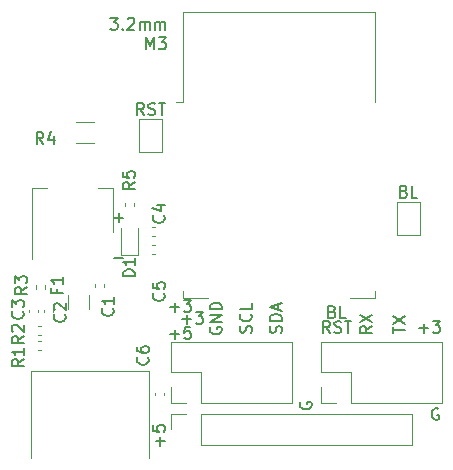
<source format=gbr>
%TF.GenerationSoftware,KiCad,Pcbnew,5.1.10*%
%TF.CreationDate,2021-05-31T03:58:19-05:00*%
%TF.ProjectId,airsensor,61697273-656e-4736-9f72-2e6b69636164,rev?*%
%TF.SameCoordinates,Original*%
%TF.FileFunction,Legend,Top*%
%TF.FilePolarity,Positive*%
%FSLAX46Y46*%
G04 Gerber Fmt 4.6, Leading zero omitted, Abs format (unit mm)*
G04 Created by KiCad (PCBNEW 5.1.10) date 2021-05-31 03:58:19*
%MOMM*%
%LPD*%
G01*
G04 APERTURE LIST*
%ADD10C,0.150000*%
%ADD11C,0.120000*%
G04 APERTURE END LIST*
D10*
X143485047Y-147293428D02*
X144246952Y-147293428D01*
X168032666Y-141650571D02*
X168175523Y-141698190D01*
X168223142Y-141745809D01*
X168270761Y-141841047D01*
X168270761Y-141983904D01*
X168223142Y-142079142D01*
X168175523Y-142126761D01*
X168080285Y-142174380D01*
X167699333Y-142174380D01*
X167699333Y-141174380D01*
X168032666Y-141174380D01*
X168127904Y-141222000D01*
X168175523Y-141269619D01*
X168223142Y-141364857D01*
X168223142Y-141460095D01*
X168175523Y-141555333D01*
X168127904Y-141602952D01*
X168032666Y-141650571D01*
X167699333Y-141650571D01*
X169175523Y-142174380D02*
X168699333Y-142174380D01*
X168699333Y-141174380D01*
X146018380Y-135174380D02*
X145685047Y-134698190D01*
X145446952Y-135174380D02*
X145446952Y-134174380D01*
X145827904Y-134174380D01*
X145923142Y-134222000D01*
X145970761Y-134269619D01*
X146018380Y-134364857D01*
X146018380Y-134507714D01*
X145970761Y-134602952D01*
X145923142Y-134650571D01*
X145827904Y-134698190D01*
X145446952Y-134698190D01*
X146399333Y-135126761D02*
X146542190Y-135174380D01*
X146780285Y-135174380D01*
X146875523Y-135126761D01*
X146923142Y-135079142D01*
X146970761Y-134983904D01*
X146970761Y-134888666D01*
X146923142Y-134793428D01*
X146875523Y-134745809D01*
X146780285Y-134698190D01*
X146589809Y-134650571D01*
X146494571Y-134602952D01*
X146446952Y-134555333D01*
X146399333Y-134460095D01*
X146399333Y-134364857D01*
X146446952Y-134269619D01*
X146494571Y-134222000D01*
X146589809Y-134174380D01*
X146827904Y-134174380D01*
X146970761Y-134222000D01*
X147256476Y-134174380D02*
X147827904Y-134174380D01*
X147542190Y-135174380D02*
X147542190Y-134174380D01*
X143485047Y-143893428D02*
X144246952Y-143893428D01*
X143866000Y-144274380D02*
X143866000Y-143512476D01*
X143163738Y-126949380D02*
X143782785Y-126949380D01*
X143449452Y-127330333D01*
X143592309Y-127330333D01*
X143687547Y-127377952D01*
X143735166Y-127425571D01*
X143782785Y-127520809D01*
X143782785Y-127758904D01*
X143735166Y-127854142D01*
X143687547Y-127901761D01*
X143592309Y-127949380D01*
X143306595Y-127949380D01*
X143211357Y-127901761D01*
X143163738Y-127854142D01*
X144211357Y-127854142D02*
X144258976Y-127901761D01*
X144211357Y-127949380D01*
X144163738Y-127901761D01*
X144211357Y-127854142D01*
X144211357Y-127949380D01*
X144639928Y-127044619D02*
X144687547Y-126997000D01*
X144782785Y-126949380D01*
X145020880Y-126949380D01*
X145116119Y-126997000D01*
X145163738Y-127044619D01*
X145211357Y-127139857D01*
X145211357Y-127235095D01*
X145163738Y-127377952D01*
X144592309Y-127949380D01*
X145211357Y-127949380D01*
X145639928Y-127949380D02*
X145639928Y-127282714D01*
X145639928Y-127377952D02*
X145687547Y-127330333D01*
X145782785Y-127282714D01*
X145925642Y-127282714D01*
X146020880Y-127330333D01*
X146068500Y-127425571D01*
X146068500Y-127949380D01*
X146068500Y-127425571D02*
X146116119Y-127330333D01*
X146211357Y-127282714D01*
X146354214Y-127282714D01*
X146449452Y-127330333D01*
X146497071Y-127425571D01*
X146497071Y-127949380D01*
X146973261Y-127949380D02*
X146973261Y-127282714D01*
X146973261Y-127377952D02*
X147020880Y-127330333D01*
X147116119Y-127282714D01*
X147258976Y-127282714D01*
X147354214Y-127330333D01*
X147401833Y-127425571D01*
X147401833Y-127949380D01*
X147401833Y-127425571D02*
X147449452Y-127330333D01*
X147544690Y-127282714D01*
X147687547Y-127282714D01*
X147782785Y-127330333D01*
X147830404Y-127425571D01*
X147830404Y-127949380D01*
X146211357Y-129599380D02*
X146211357Y-128599380D01*
X146544690Y-129313666D01*
X146878023Y-128599380D01*
X146878023Y-129599380D01*
X147258976Y-128599380D02*
X147878023Y-128599380D01*
X147544690Y-128980333D01*
X147687547Y-128980333D01*
X147782785Y-129027952D01*
X147830404Y-129075571D01*
X147878023Y-129170809D01*
X147878023Y-129408904D01*
X147830404Y-129504142D01*
X147782785Y-129551761D01*
X147687547Y-129599380D01*
X147401833Y-129599380D01*
X147306595Y-129551761D01*
X147258976Y-129504142D01*
X148240857Y-153741428D02*
X149002761Y-153741428D01*
X148621809Y-154122380D02*
X148621809Y-153360476D01*
X149955142Y-153122380D02*
X149478952Y-153122380D01*
X149431333Y-153598571D01*
X149478952Y-153550952D01*
X149574190Y-153503333D01*
X149812285Y-153503333D01*
X149907523Y-153550952D01*
X149955142Y-153598571D01*
X150002761Y-153693809D01*
X150002761Y-153931904D01*
X149955142Y-154027142D01*
X149907523Y-154074761D01*
X149812285Y-154122380D01*
X149574190Y-154122380D01*
X149478952Y-154074761D01*
X149431333Y-154027142D01*
X149256857Y-152471428D02*
X150018761Y-152471428D01*
X149637809Y-152852380D02*
X149637809Y-152090476D01*
X150399714Y-151852380D02*
X151018761Y-151852380D01*
X150685428Y-152233333D01*
X150828285Y-152233333D01*
X150923523Y-152280952D01*
X150971142Y-152328571D01*
X151018761Y-152423809D01*
X151018761Y-152661904D01*
X150971142Y-152757142D01*
X150923523Y-152804761D01*
X150828285Y-152852380D01*
X150542571Y-152852380D01*
X150447333Y-152804761D01*
X150399714Y-152757142D01*
X148240857Y-151455428D02*
X149002761Y-151455428D01*
X148621809Y-151836380D02*
X148621809Y-151074476D01*
X149383714Y-150836380D02*
X150002761Y-150836380D01*
X149669428Y-151217333D01*
X149812285Y-151217333D01*
X149907523Y-151264952D01*
X149955142Y-151312571D01*
X150002761Y-151407809D01*
X150002761Y-151645904D01*
X149955142Y-151741142D01*
X149907523Y-151788761D01*
X149812285Y-151836380D01*
X149526571Y-151836380D01*
X149431333Y-151788761D01*
X149383714Y-151741142D01*
X161758380Y-153614380D02*
X161425047Y-153138190D01*
X161186952Y-153614380D02*
X161186952Y-152614380D01*
X161567904Y-152614380D01*
X161663142Y-152662000D01*
X161710761Y-152709619D01*
X161758380Y-152804857D01*
X161758380Y-152947714D01*
X161710761Y-153042952D01*
X161663142Y-153090571D01*
X161567904Y-153138190D01*
X161186952Y-153138190D01*
X162139333Y-153566761D02*
X162282190Y-153614380D01*
X162520285Y-153614380D01*
X162615523Y-153566761D01*
X162663142Y-153519142D01*
X162710761Y-153423904D01*
X162710761Y-153328666D01*
X162663142Y-153233428D01*
X162615523Y-153185809D01*
X162520285Y-153138190D01*
X162329809Y-153090571D01*
X162234571Y-153042952D01*
X162186952Y-152995333D01*
X162139333Y-152900095D01*
X162139333Y-152804857D01*
X162186952Y-152709619D01*
X162234571Y-152662000D01*
X162329809Y-152614380D01*
X162567904Y-152614380D01*
X162710761Y-152662000D01*
X162996476Y-152614380D02*
X163567904Y-152614380D01*
X163282190Y-153614380D02*
X163282190Y-152614380D01*
X161972666Y-151820571D02*
X162115523Y-151868190D01*
X162163142Y-151915809D01*
X162210761Y-152011047D01*
X162210761Y-152153904D01*
X162163142Y-152249142D01*
X162115523Y-152296761D01*
X162020285Y-152344380D01*
X161639333Y-152344380D01*
X161639333Y-151344380D01*
X161972666Y-151344380D01*
X162067904Y-151392000D01*
X162115523Y-151439619D01*
X162163142Y-151534857D01*
X162163142Y-151630095D01*
X162115523Y-151725333D01*
X162067904Y-151772952D01*
X161972666Y-151820571D01*
X161639333Y-151820571D01*
X163115523Y-152344380D02*
X162639333Y-152344380D01*
X162639333Y-151344380D01*
X159266000Y-159504095D02*
X159218380Y-159599333D01*
X159218380Y-159742190D01*
X159266000Y-159885047D01*
X159361238Y-159980285D01*
X159456476Y-160027904D01*
X159646952Y-160075523D01*
X159789809Y-160075523D01*
X159980285Y-160027904D01*
X160075523Y-159980285D01*
X160170761Y-159885047D01*
X160218380Y-159742190D01*
X160218380Y-159646952D01*
X160170761Y-159504095D01*
X160123142Y-159456476D01*
X159789809Y-159456476D01*
X159789809Y-159646952D01*
X157630761Y-153614285D02*
X157678380Y-153471428D01*
X157678380Y-153233333D01*
X157630761Y-153138095D01*
X157583142Y-153090476D01*
X157487904Y-153042857D01*
X157392666Y-153042857D01*
X157297428Y-153090476D01*
X157249809Y-153138095D01*
X157202190Y-153233333D01*
X157154571Y-153423809D01*
X157106952Y-153519047D01*
X157059333Y-153566666D01*
X156964095Y-153614285D01*
X156868857Y-153614285D01*
X156773619Y-153566666D01*
X156726000Y-153519047D01*
X156678380Y-153423809D01*
X156678380Y-153185714D01*
X156726000Y-153042857D01*
X157678380Y-152614285D02*
X156678380Y-152614285D01*
X156678380Y-152376190D01*
X156726000Y-152233333D01*
X156821238Y-152138095D01*
X156916476Y-152090476D01*
X157106952Y-152042857D01*
X157249809Y-152042857D01*
X157440285Y-152090476D01*
X157535523Y-152138095D01*
X157630761Y-152233333D01*
X157678380Y-152376190D01*
X157678380Y-152614285D01*
X157392666Y-151661904D02*
X157392666Y-151185714D01*
X157678380Y-151757142D02*
X156678380Y-151423809D01*
X157678380Y-151090476D01*
X155090761Y-153590476D02*
X155138380Y-153447619D01*
X155138380Y-153209523D01*
X155090761Y-153114285D01*
X155043142Y-153066666D01*
X154947904Y-153019047D01*
X154852666Y-153019047D01*
X154757428Y-153066666D01*
X154709809Y-153114285D01*
X154662190Y-153209523D01*
X154614571Y-153400000D01*
X154566952Y-153495238D01*
X154519333Y-153542857D01*
X154424095Y-153590476D01*
X154328857Y-153590476D01*
X154233619Y-153542857D01*
X154186000Y-153495238D01*
X154138380Y-153400000D01*
X154138380Y-153161904D01*
X154186000Y-153019047D01*
X155043142Y-152019047D02*
X155090761Y-152066666D01*
X155138380Y-152209523D01*
X155138380Y-152304761D01*
X155090761Y-152447619D01*
X154995523Y-152542857D01*
X154900285Y-152590476D01*
X154709809Y-152638095D01*
X154566952Y-152638095D01*
X154376476Y-152590476D01*
X154281238Y-152542857D01*
X154186000Y-152447619D01*
X154138380Y-152304761D01*
X154138380Y-152209523D01*
X154186000Y-152066666D01*
X154233619Y-152019047D01*
X155138380Y-151114285D02*
X155138380Y-151590476D01*
X154138380Y-151590476D01*
X151646000Y-153161904D02*
X151598380Y-153257142D01*
X151598380Y-153400000D01*
X151646000Y-153542857D01*
X151741238Y-153638095D01*
X151836476Y-153685714D01*
X152026952Y-153733333D01*
X152169809Y-153733333D01*
X152360285Y-153685714D01*
X152455523Y-153638095D01*
X152550761Y-153542857D01*
X152598380Y-153400000D01*
X152598380Y-153304761D01*
X152550761Y-153161904D01*
X152503142Y-153114285D01*
X152169809Y-153114285D01*
X152169809Y-153304761D01*
X152598380Y-152685714D02*
X151598380Y-152685714D01*
X152598380Y-152114285D01*
X151598380Y-152114285D01*
X152598380Y-151638095D02*
X151598380Y-151638095D01*
X151598380Y-151400000D01*
X151646000Y-151257142D01*
X151741238Y-151161904D01*
X151836476Y-151114285D01*
X152026952Y-151066666D01*
X152169809Y-151066666D01*
X152360285Y-151114285D01*
X152455523Y-151161904D01*
X152550761Y-151257142D01*
X152598380Y-151400000D01*
X152598380Y-151638095D01*
X167092380Y-153669904D02*
X167092380Y-153098476D01*
X168092380Y-153384190D02*
X167092380Y-153384190D01*
X167092380Y-152860380D02*
X168092380Y-152193714D01*
X167092380Y-152193714D02*
X168092380Y-152860380D01*
X165298380Y-153074666D02*
X164822190Y-153408000D01*
X165298380Y-153646095D02*
X164298380Y-153646095D01*
X164298380Y-153265142D01*
X164346000Y-153169904D01*
X164393619Y-153122285D01*
X164488857Y-153074666D01*
X164631714Y-153074666D01*
X164726952Y-153122285D01*
X164774571Y-153169904D01*
X164822190Y-153265142D01*
X164822190Y-153646095D01*
X164298380Y-152741333D02*
X165298380Y-152074666D01*
X164298380Y-152074666D02*
X165298380Y-152741333D01*
X147391428Y-163163142D02*
X147391428Y-162401238D01*
X147772380Y-162782190D02*
X147010476Y-162782190D01*
X146772380Y-161448857D02*
X146772380Y-161925047D01*
X147248571Y-161972666D01*
X147200952Y-161925047D01*
X147153333Y-161829809D01*
X147153333Y-161591714D01*
X147200952Y-161496476D01*
X147248571Y-161448857D01*
X147343809Y-161401238D01*
X147581904Y-161401238D01*
X147677142Y-161448857D01*
X147724761Y-161496476D01*
X147772380Y-161591714D01*
X147772380Y-161829809D01*
X147724761Y-161925047D01*
X147677142Y-161972666D01*
X169322857Y-153233428D02*
X170084761Y-153233428D01*
X169703809Y-153614380D02*
X169703809Y-152852476D01*
X170465714Y-152614380D02*
X171084761Y-152614380D01*
X170751428Y-152995333D01*
X170894285Y-152995333D01*
X170989523Y-153042952D01*
X171037142Y-153090571D01*
X171084761Y-153185809D01*
X171084761Y-153423904D01*
X171037142Y-153519142D01*
X170989523Y-153566761D01*
X170894285Y-153614380D01*
X170608571Y-153614380D01*
X170513333Y-153566761D01*
X170465714Y-153519142D01*
X170949904Y-160028000D02*
X170854666Y-159980380D01*
X170711809Y-159980380D01*
X170568952Y-160028000D01*
X170473714Y-160123238D01*
X170426095Y-160218476D01*
X170378476Y-160408952D01*
X170378476Y-160551809D01*
X170426095Y-160742285D01*
X170473714Y-160837523D01*
X170568952Y-160932761D01*
X170711809Y-160980380D01*
X170807047Y-160980380D01*
X170949904Y-160932761D01*
X170997523Y-160885142D01*
X170997523Y-160551809D01*
X170807047Y-160551809D01*
D11*
%TO.C,J1*%
X146478000Y-156822000D02*
X146478000Y-164222000D01*
X136478000Y-156822000D02*
X146478000Y-156822000D01*
X136478000Y-156822000D02*
X136478000Y-164222000D01*
%TO.C,U1*%
X136544000Y-147356000D02*
X136544000Y-141346000D01*
X143364000Y-145106000D02*
X143364000Y-141346000D01*
X136544000Y-141346000D02*
X137804000Y-141346000D01*
X143364000Y-141346000D02*
X142104000Y-141346000D01*
%TO.C,R5*%
X145160000Y-142901641D02*
X145160000Y-142594359D01*
X144400000Y-142901641D02*
X144400000Y-142594359D01*
%TO.C,R4*%
X140304436Y-137562000D02*
X141758564Y-137562000D01*
X140304436Y-135742000D02*
X141758564Y-135742000D01*
%TO.C,R3*%
X136907000Y-149579359D02*
X136907000Y-149886641D01*
X137667000Y-149579359D02*
X137667000Y-149886641D01*
%TO.C,R2*%
X137012359Y-153802000D02*
X137319641Y-153802000D01*
X137012359Y-153042000D02*
X137319641Y-153042000D01*
%TO.C,R1*%
X137006359Y-155066000D02*
X137313641Y-155066000D01*
X137006359Y-154306000D02*
X137313641Y-154306000D01*
%TO.C,JP2*%
X169402000Y-142506000D02*
X169402000Y-145306000D01*
X169402000Y-145306000D02*
X167402000Y-145306000D01*
X167402000Y-145306000D02*
X167402000Y-142506000D01*
X167402000Y-142506000D02*
X169402000Y-142506000D01*
%TO.C,JP1*%
X147558000Y-135506000D02*
X147558000Y-138306000D01*
X147558000Y-138306000D02*
X145558000Y-138306000D01*
X145558000Y-138306000D02*
X145558000Y-135506000D01*
X145558000Y-135506000D02*
X147558000Y-135506000D01*
%TO.C,J3*%
X148276000Y-161798000D02*
X148276000Y-160468000D01*
X148276000Y-160468000D02*
X149606000Y-160468000D01*
X150876000Y-160468000D02*
X168716000Y-160468000D01*
X168716000Y-163128000D02*
X168716000Y-160468000D01*
X150876000Y-163128000D02*
X168716000Y-163128000D01*
X150876000Y-163128000D02*
X150876000Y-160468000D01*
%TO.C,J2*%
X148276000Y-159572000D02*
X148276000Y-158242000D01*
X149606000Y-159572000D02*
X148276000Y-159572000D01*
X148276000Y-156972000D02*
X148276000Y-154372000D01*
X150876000Y-156972000D02*
X148276000Y-156972000D01*
X150876000Y-159572000D02*
X150876000Y-156972000D01*
X148276000Y-154372000D02*
X158556000Y-154372000D01*
X150876000Y-159572000D02*
X158556000Y-159572000D01*
X158556000Y-159572000D02*
X158556000Y-154372000D01*
%TO.C,F1*%
X139552000Y-150397936D02*
X139552000Y-151602064D01*
X141372000Y-150397936D02*
X141372000Y-151602064D01*
%TO.C,D1*%
X145515000Y-147027000D02*
X145515000Y-144742000D01*
X144045000Y-147027000D02*
X145515000Y-147027000D01*
X144045000Y-144742000D02*
X144045000Y-147027000D01*
%TO.C,C6*%
X146960000Y-158670164D02*
X146960000Y-158885836D01*
X147680000Y-158670164D02*
X147680000Y-158885836D01*
%TO.C,C5*%
X146704164Y-146918000D02*
X146919836Y-146918000D01*
X146704164Y-146198000D02*
X146919836Y-146198000D01*
%TO.C,C4*%
X146704164Y-145394000D02*
X146919836Y-145394000D01*
X146704164Y-144674000D02*
X146919836Y-144674000D01*
%TO.C,C3*%
X136292000Y-151657164D02*
X136292000Y-151872836D01*
X137012000Y-151657164D02*
X137012000Y-151872836D01*
%TO.C,C2*%
X137562000Y-151657164D02*
X137562000Y-151872836D01*
X138282000Y-151657164D02*
X138282000Y-151872836D01*
%TO.C,C1*%
X141880000Y-149498164D02*
X141880000Y-149713836D01*
X142600000Y-149498164D02*
X142600000Y-149713836D01*
%TO.C,U2*%
X149360000Y-126437000D02*
X165600000Y-126437000D01*
X165600000Y-126437000D02*
X165600000Y-134057000D01*
X165600000Y-150057000D02*
X165600000Y-150677000D01*
X165600000Y-150677000D02*
X163480000Y-150677000D01*
X151480000Y-150677000D02*
X149360000Y-150677000D01*
X149360000Y-150677000D02*
X149360000Y-150057000D01*
X149360000Y-134057000D02*
X149360000Y-126437000D01*
X149360000Y-134057000D02*
X148750000Y-134057000D01*
%TO.C,J4*%
X160976000Y-159572000D02*
X160976000Y-158242000D01*
X162306000Y-159572000D02*
X160976000Y-159572000D01*
X160976000Y-156972000D02*
X160976000Y-154372000D01*
X163576000Y-156972000D02*
X160976000Y-156972000D01*
X163576000Y-159572000D02*
X163576000Y-156972000D01*
X160976000Y-154372000D02*
X171256000Y-154372000D01*
X163576000Y-159572000D02*
X171256000Y-159572000D01*
X171256000Y-159572000D02*
X171256000Y-154372000D01*
%TO.C,R5*%
D10*
X145232380Y-140882666D02*
X144756190Y-141216000D01*
X145232380Y-141454095D02*
X144232380Y-141454095D01*
X144232380Y-141073142D01*
X144280000Y-140977904D01*
X144327619Y-140930285D01*
X144422857Y-140882666D01*
X144565714Y-140882666D01*
X144660952Y-140930285D01*
X144708571Y-140977904D01*
X144756190Y-141073142D01*
X144756190Y-141454095D01*
X144232380Y-139977904D02*
X144232380Y-140454095D01*
X144708571Y-140501714D01*
X144660952Y-140454095D01*
X144613333Y-140358857D01*
X144613333Y-140120761D01*
X144660952Y-140025523D01*
X144708571Y-139977904D01*
X144803809Y-139930285D01*
X145041904Y-139930285D01*
X145137142Y-139977904D01*
X145184761Y-140025523D01*
X145232380Y-140120761D01*
X145232380Y-140358857D01*
X145184761Y-140454095D01*
X145137142Y-140501714D01*
%TO.C,R4*%
X137501333Y-137612380D02*
X137168000Y-137136190D01*
X136929904Y-137612380D02*
X136929904Y-136612380D01*
X137310857Y-136612380D01*
X137406095Y-136660000D01*
X137453714Y-136707619D01*
X137501333Y-136802857D01*
X137501333Y-136945714D01*
X137453714Y-137040952D01*
X137406095Y-137088571D01*
X137310857Y-137136190D01*
X136929904Y-137136190D01*
X138358476Y-136945714D02*
X138358476Y-137612380D01*
X138120380Y-136564761D02*
X137882285Y-137279047D01*
X138501333Y-137279047D01*
%TO.C,R3*%
X136088380Y-149772666D02*
X135612190Y-150106000D01*
X136088380Y-150344095D02*
X135088380Y-150344095D01*
X135088380Y-149963142D01*
X135136000Y-149867904D01*
X135183619Y-149820285D01*
X135278857Y-149772666D01*
X135421714Y-149772666D01*
X135516952Y-149820285D01*
X135564571Y-149867904D01*
X135612190Y-149963142D01*
X135612190Y-150344095D01*
X135088380Y-149439333D02*
X135088380Y-148820285D01*
X135469333Y-149153619D01*
X135469333Y-149010761D01*
X135516952Y-148915523D01*
X135564571Y-148867904D01*
X135659809Y-148820285D01*
X135897904Y-148820285D01*
X135993142Y-148867904D01*
X136040761Y-148915523D01*
X136088380Y-149010761D01*
X136088380Y-149296476D01*
X136040761Y-149391714D01*
X135993142Y-149439333D01*
%TO.C,R2*%
X135818380Y-153888666D02*
X135342190Y-154222000D01*
X135818380Y-154460095D02*
X134818380Y-154460095D01*
X134818380Y-154079142D01*
X134866000Y-153983904D01*
X134913619Y-153936285D01*
X135008857Y-153888666D01*
X135151714Y-153888666D01*
X135246952Y-153936285D01*
X135294571Y-153983904D01*
X135342190Y-154079142D01*
X135342190Y-154460095D01*
X134913619Y-153507714D02*
X134866000Y-153460095D01*
X134818380Y-153364857D01*
X134818380Y-153126761D01*
X134866000Y-153031523D01*
X134913619Y-152983904D01*
X135008857Y-152936285D01*
X135104095Y-152936285D01*
X135246952Y-152983904D01*
X135818380Y-153555333D01*
X135818380Y-152936285D01*
%TO.C,R1*%
X135834380Y-155868666D02*
X135358190Y-156202000D01*
X135834380Y-156440095D02*
X134834380Y-156440095D01*
X134834380Y-156059142D01*
X134882000Y-155963904D01*
X134929619Y-155916285D01*
X135024857Y-155868666D01*
X135167714Y-155868666D01*
X135262952Y-155916285D01*
X135310571Y-155963904D01*
X135358190Y-156059142D01*
X135358190Y-156440095D01*
X135834380Y-154916285D02*
X135834380Y-155487714D01*
X135834380Y-155202000D02*
X134834380Y-155202000D01*
X134977238Y-155297238D01*
X135072476Y-155392476D01*
X135120095Y-155487714D01*
%TO.C,F1*%
X138612571Y-149939333D02*
X138612571Y-150272666D01*
X139136380Y-150272666D02*
X138136380Y-150272666D01*
X138136380Y-149796476D01*
X139136380Y-148891714D02*
X139136380Y-149463142D01*
X139136380Y-149177428D02*
X138136380Y-149177428D01*
X138279238Y-149272666D01*
X138374476Y-149367904D01*
X138422095Y-149463142D01*
%TO.C,D1*%
X145232380Y-148820095D02*
X144232380Y-148820095D01*
X144232380Y-148582000D01*
X144280000Y-148439142D01*
X144375238Y-148343904D01*
X144470476Y-148296285D01*
X144660952Y-148248666D01*
X144803809Y-148248666D01*
X144994285Y-148296285D01*
X145089523Y-148343904D01*
X145184761Y-148439142D01*
X145232380Y-148582000D01*
X145232380Y-148820095D01*
X145232380Y-147296285D02*
X145232380Y-147867714D01*
X145232380Y-147582000D02*
X144232380Y-147582000D01*
X144375238Y-147677238D01*
X144470476Y-147772476D01*
X144518095Y-147867714D01*
%TO.C,C6*%
X146323142Y-155688666D02*
X146370761Y-155736285D01*
X146418380Y-155879142D01*
X146418380Y-155974380D01*
X146370761Y-156117238D01*
X146275523Y-156212476D01*
X146180285Y-156260095D01*
X145989809Y-156307714D01*
X145846952Y-156307714D01*
X145656476Y-156260095D01*
X145561238Y-156212476D01*
X145466000Y-156117238D01*
X145418380Y-155974380D01*
X145418380Y-155879142D01*
X145466000Y-155736285D01*
X145513619Y-155688666D01*
X145418380Y-154831523D02*
X145418380Y-155022000D01*
X145466000Y-155117238D01*
X145513619Y-155164857D01*
X145656476Y-155260095D01*
X145846952Y-155307714D01*
X146227904Y-155307714D01*
X146323142Y-155260095D01*
X146370761Y-155212476D01*
X146418380Y-155117238D01*
X146418380Y-154926761D01*
X146370761Y-154831523D01*
X146323142Y-154783904D01*
X146227904Y-154736285D01*
X145989809Y-154736285D01*
X145894571Y-154783904D01*
X145846952Y-154831523D01*
X145799333Y-154926761D01*
X145799333Y-155117238D01*
X145846952Y-155212476D01*
X145894571Y-155260095D01*
X145989809Y-155307714D01*
%TO.C,C5*%
X147677142Y-150280666D02*
X147724761Y-150328285D01*
X147772380Y-150471142D01*
X147772380Y-150566380D01*
X147724761Y-150709238D01*
X147629523Y-150804476D01*
X147534285Y-150852095D01*
X147343809Y-150899714D01*
X147200952Y-150899714D01*
X147010476Y-150852095D01*
X146915238Y-150804476D01*
X146820000Y-150709238D01*
X146772380Y-150566380D01*
X146772380Y-150471142D01*
X146820000Y-150328285D01*
X146867619Y-150280666D01*
X146772380Y-149375904D02*
X146772380Y-149852095D01*
X147248571Y-149899714D01*
X147200952Y-149852095D01*
X147153333Y-149756857D01*
X147153333Y-149518761D01*
X147200952Y-149423523D01*
X147248571Y-149375904D01*
X147343809Y-149328285D01*
X147581904Y-149328285D01*
X147677142Y-149375904D01*
X147724761Y-149423523D01*
X147772380Y-149518761D01*
X147772380Y-149756857D01*
X147724761Y-149852095D01*
X147677142Y-149899714D01*
%TO.C,C4*%
X147677142Y-143676666D02*
X147724761Y-143724285D01*
X147772380Y-143867142D01*
X147772380Y-143962380D01*
X147724761Y-144105238D01*
X147629523Y-144200476D01*
X147534285Y-144248095D01*
X147343809Y-144295714D01*
X147200952Y-144295714D01*
X147010476Y-144248095D01*
X146915238Y-144200476D01*
X146820000Y-144105238D01*
X146772380Y-143962380D01*
X146772380Y-143867142D01*
X146820000Y-143724285D01*
X146867619Y-143676666D01*
X147105714Y-142819523D02*
X147772380Y-142819523D01*
X146724761Y-143057619D02*
X147439047Y-143295714D01*
X147439047Y-142676666D01*
%TO.C,C3*%
X135739142Y-151804666D02*
X135786761Y-151852285D01*
X135834380Y-151995142D01*
X135834380Y-152090380D01*
X135786761Y-152233238D01*
X135691523Y-152328476D01*
X135596285Y-152376095D01*
X135405809Y-152423714D01*
X135262952Y-152423714D01*
X135072476Y-152376095D01*
X134977238Y-152328476D01*
X134882000Y-152233238D01*
X134834380Y-152090380D01*
X134834380Y-151995142D01*
X134882000Y-151852285D01*
X134929619Y-151804666D01*
X134834380Y-151471333D02*
X134834380Y-150852285D01*
X135215333Y-151185619D01*
X135215333Y-151042761D01*
X135262952Y-150947523D01*
X135310571Y-150899904D01*
X135405809Y-150852285D01*
X135643904Y-150852285D01*
X135739142Y-150899904D01*
X135786761Y-150947523D01*
X135834380Y-151042761D01*
X135834380Y-151328476D01*
X135786761Y-151423714D01*
X135739142Y-151471333D01*
%TO.C,C2*%
X139295142Y-152058666D02*
X139342761Y-152106285D01*
X139390380Y-152249142D01*
X139390380Y-152344380D01*
X139342761Y-152487238D01*
X139247523Y-152582476D01*
X139152285Y-152630095D01*
X138961809Y-152677714D01*
X138818952Y-152677714D01*
X138628476Y-152630095D01*
X138533238Y-152582476D01*
X138438000Y-152487238D01*
X138390380Y-152344380D01*
X138390380Y-152249142D01*
X138438000Y-152106285D01*
X138485619Y-152058666D01*
X138485619Y-151677714D02*
X138438000Y-151630095D01*
X138390380Y-151534857D01*
X138390380Y-151296761D01*
X138438000Y-151201523D01*
X138485619Y-151153904D01*
X138580857Y-151106285D01*
X138676095Y-151106285D01*
X138818952Y-151153904D01*
X139390380Y-151725333D01*
X139390380Y-151106285D01*
%TO.C,C1*%
X143359142Y-151550666D02*
X143406761Y-151598285D01*
X143454380Y-151741142D01*
X143454380Y-151836380D01*
X143406761Y-151979238D01*
X143311523Y-152074476D01*
X143216285Y-152122095D01*
X143025809Y-152169714D01*
X142882952Y-152169714D01*
X142692476Y-152122095D01*
X142597238Y-152074476D01*
X142502000Y-151979238D01*
X142454380Y-151836380D01*
X142454380Y-151741142D01*
X142502000Y-151598285D01*
X142549619Y-151550666D01*
X143454380Y-150598285D02*
X143454380Y-151169714D01*
X143454380Y-150884000D02*
X142454380Y-150884000D01*
X142597238Y-150979238D01*
X142692476Y-151074476D01*
X142740095Y-151169714D01*
%TD*%
M02*

</source>
